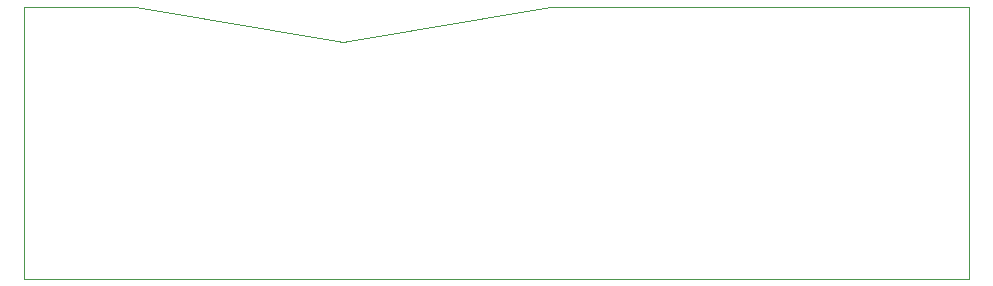
<source format=gbr>
G04 #@! TF.GenerationSoftware,KiCad,Pcbnew,8.0.6-1.fc41*
G04 #@! TF.CreationDate,2024-12-03T00:06:40+01:00*
G04 #@! TF.ProjectId,ihm_but2,69686d5f-6275-4743-922e-6b696361645f,rev?*
G04 #@! TF.SameCoordinates,Original*
G04 #@! TF.FileFunction,Profile,NP*
%FSLAX46Y46*%
G04 Gerber Fmt 4.6, Leading zero omitted, Abs format (unit mm)*
G04 Created by KiCad (PCBNEW 8.0.6-1.fc41) date 2024-12-03 00:06:40*
%MOMM*%
%LPD*%
G01*
G04 APERTURE LIST*
G04 #@! TA.AperFunction,Profile*
%ADD10C,0.100000*%
G04 #@! TD*
G04 APERTURE END LIST*
D10*
X127500000Y-95500000D02*
X145000000Y-98500000D01*
X198000000Y-118500000D02*
X118000000Y-118500000D01*
X198000000Y-95500000D02*
X198000000Y-118500000D01*
X118000000Y-95500000D02*
X127500000Y-95500000D01*
X118000000Y-118500000D02*
X118000000Y-95500000D01*
X162500000Y-95500000D02*
X198000000Y-95500000D01*
X145000000Y-98500000D02*
X162500000Y-95500000D01*
M02*

</source>
